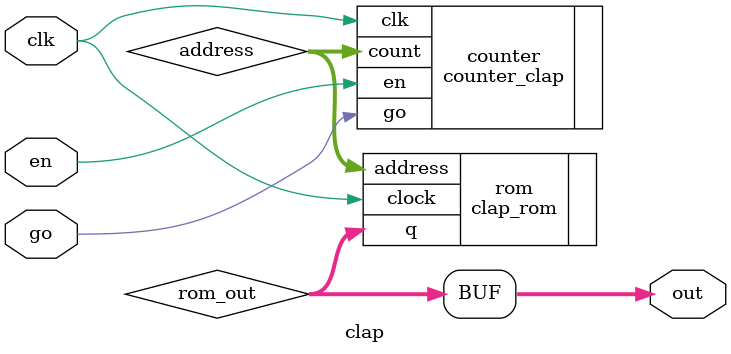
<source format=v>
module clap(out, clk, en, go);
	output [7:0] out;
	input clk, en, go;

	wire [15:0] address;
	wire [7:0] rom_out;

	// counter
	counter_clap counter(.count(address), .clk(clk), .en(en), .go(go));

	// rom
	clap_rom rom(.address(address), .clock(clk), .q(rom_out));	

	assign out = rom_out;

endmodule

</source>
